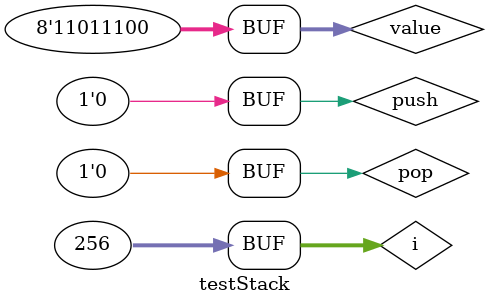
<source format=v>
`timescale 1ns / 1ns


module testStack();
    wire [7:0] top; 
    wire [8:0] len;
    reg [7:0] value;
    reg push, pop;

    integer i;

    Stack s(top, len, value, push, pop);

    initial begin
        push = 0;
        pop = 0;
        
        // Basic Test ==========
        
        // push 0
        value = 0;
        #20 push = 1;
        #20 push = 0;
        
        // push FF
        value = 'hFF;
        #20 push = 1;
        #20 push = 0;
        
        // push BE
        value = 'hBE;
        #20 push = 1;
        #20 push = 0;
        
        // push EF
        value = 'hEF;
        #20 push = 1;
        #20 push = 0;
        
        // pop 4 times (to empty)
        // and another time, which should do nothing
        for(i=0; i<5; i=i+1) begin
            #20 pop = 1;
            #20 pop = 0;
        end
        
        // No overflow Test ==========
        // push 256 element
        for(i=0; i<256; i=i+1) begin
            value = i;
            #1 push = 1;
            #1 push = 0;
        end
        
        // try push another element (should do nothing)
        value = 'hDC;
        #20 push = 1;
        #20 push = 0;
        
    
    end
endmodule

</source>
